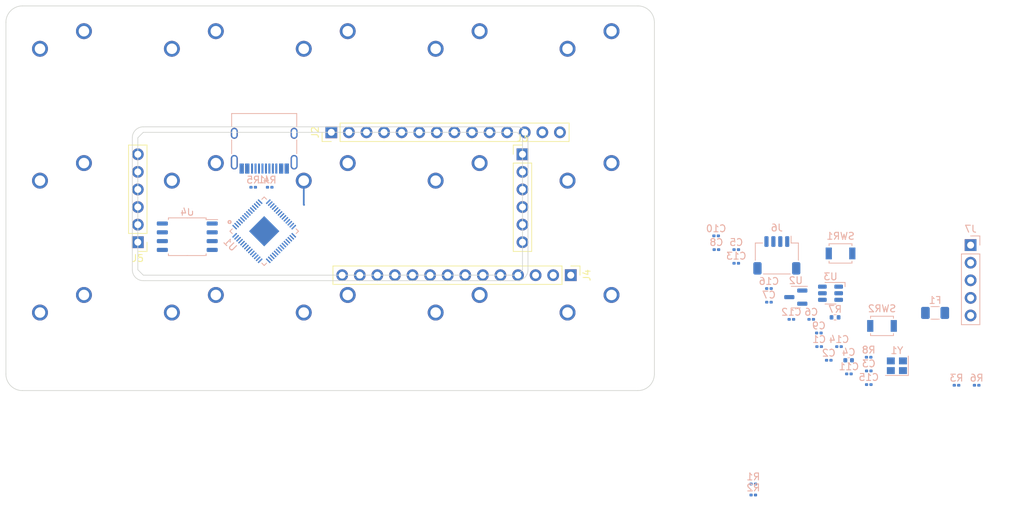
<source format=kicad_pcb>
(kicad_pcb (version 20211014) (generator pcbnew)
  (layers (0 "F.Cu" signal) (31 "B.Cu" signal) (34 "B.Paste" user) (35 "F.Paste" user) (36 "B.SilkS" user "B.Silkscreen") (37 "F.SilkS" user "F.Silkscreen") (38 "B.Mask" user) (39 "F.Mask" user) (44 "Edge.Cuts" user))
  (net 0 "")
  (net 55 "unconnected-(SW8-Pad1)")
  (net 71 "+5V")
  (net 72 "GND")
  (net 73 "+3V3")
  (net 74 "+1V1")
  (net 75 "Net-(C6-Pad2)")
  (net 76 "XIN")
  (net 77 "VBUS")
  (net 78 "Net-(J1-PadA5)")
  (net 79 "D+")
  (net 80 "D-")
  (net 82 "Net-(J1-PadB5)")
  (net 84 "RUN")
  (net 85 "SWDIO")
  (net 86 "SWCLK")
  (net 87 "d-")
  (net 88 "d+")
  (net 89 "XOUT")
  (net 90 "QSPI_SS")
  (net 91 "Net-(R8-Pad2)")
  (net 122 "QSPI_D3")
  (net 123 "QSPI_CLK")
  (net 124 "QSPI_D0")
  (net 125 "QSPI_D2")
  (net 126 "QSPI_D1")
  (footprint "marbastlib-mx:SW_MX_1u" (layer "F.Cu") (at 89.69375 68.2625)
    (fp_text reference "SW2" hide)
    (fp_text value "MX_SW_solder" hide)
    (pad "" np_thru_hole circle (at 0 0) (size 3.9878 3.9878) (drill 3.9878) (layers *.Cu *.Mask))
    (pad "" np_thru_hole circle (at -5.08 0) (size 1.75 1.75) (drill 1.75) (layers *.Cu *.Mask))
    (pad "" np_thru_hole circle (at 5.08 0) (size 1.75 1.75) (drill 1.75) (layers *.Cu *.Mask))
    (pad "1" thru_hole circle (at -3.81 -2.54) (size 2.3 2.3) (drill 1.524) (layers *.Cu "B.Mask"))
    (pad "2" thru_hole circle (at 2.54 -5.08) (size 2.3 2.3) (drill 1.524) (layers *.Cu "B.Mask"))
  )
  (footprint "marbastlib-mx:SW_MX_1u" (layer "F.Cu") (at 89.69375 106.3625)
    (fp_text reference "SW12" hide)
    (fp_text value "MX_SW_solder" hide)
    (pad "" np_thru_hole circle (at 0 0) (size 3.9878 3.9878) (drill 3.9878) (layers *.Cu *.Mask))
    (pad "" np_thru_hole circle (at 5.08 0) (size 1.75 1.75) (drill 1.75) (layers *.Cu *.Mask))
    (pad "" np_thru_hole circle (at -5.08 0) (size 1.75 1.75) (drill 1.75) (layers *.Cu *.Mask))
    (pad "1" thru_hole circle (at -3.81 -2.54) (size 2.3 2.3) (drill 1.524) (layers *.Cu "B.Mask"))
    (pad "2" thru_hole circle (at 2.54 -5.08) (size 2.3 2.3) (drill 1.524) (layers *.Cu "B.Mask"))
  )
  (footprint "marbastlib-mx:SW_MX_1u" (layer "F.Cu") (at 127.79375 68.2625)
    (fp_text reference "SW4" hide)
    (fp_text value "MX_SW_solder" hide)
    (pad "" np_thru_hole circle (at 5.08 0) (size 1.75 1.75) (drill 1.75) (layers *.Cu *.Mask))
    (pad "" np_thru_hole circle (at -5.08 0) (size 1.75 1.75) (drill 1.75) (layers *.Cu *.Mask))
    (pad "" np_thru_hole circle (at 0 0) (size 3.9878 3.9878) (drill 3.9878) (layers *.Cu *.Mask))
    (pad "1" thru_hole circle (at -3.81 -2.54) (size 2.3 2.3) (drill 1.524) (layers *.Cu "B.Mask"))
    (pad "2" thru_hole circle (at 2.54 -5.08) (size 2.3 2.3) (drill 1.524) (layers *.Cu "B.Mask"))
  )
  (footprint "marbastlib-mx:SW_MX_1u" (layer "F.Cu") (at 146.84375 68.2625)
    (fp_text reference "SW5" hide)
    (fp_text value "MX_SW_solder" hide)
    (pad "" np_thru_hole circle (at -5.08 0) (size 1.75 1.75) (drill 1.75) (layers *.Cu *.Mask))
    (pad "" np_thru_hole circle (at 0 0) (size 3.9878 3.9878) (drill 3.9878) (layers *.Cu *.Mask))
    (pad "" np_thru_hole circle (at 5.08 0) (size 1.75 1.75) (drill 1.75) (layers *.Cu *.Mask))
    (pad "1" thru_hole circle (at -3.81 -2.54) (size 2.3 2.3) (drill 1.524) (layers *.Cu "B.Mask"))
    (pad "2" thru_hole circle (at 2.54 -5.08) (size 2.3 2.3) (drill 1.524) (layers *.Cu "B.Mask"))
  )
  (footprint "marbastlib-mx:SW_MX_1u" (layer "F.Cu") (at 127.79375 87.3125)
    (fp_text reference "SW9" hide)
    (fp_text value "MX_SW_solder" hide)
    (pad "" np_thru_hole circle (at -5.08 0) (size 1.75 1.75) (drill 1.75) (layers *.Cu *.Mask))
    (pad "" np_thru_hole circle (at 5.08 0) (size 1.75 1.75) (drill 1.75) (layers *.Cu *.Mask))
    (pad "" np_thru_hole circle (at 0 0) (size 3.9878 3.9878) (drill 3.9878) (layers *.Cu *.Mask))
    (pad "1" thru_hole circle (at -3.81 -2.54) (size 2.3 2.3) (drill 1.524) (layers *.Cu "B.Mask"))
    (pad "2" thru_hole circle (at 2.54 -5.08) (size 2.3 2.3) (drill 1.524) (layers *.Cu "B.Mask"))
  )
  (footprint "marbastlib-mx:SW_MX_1u" (layer "F.Cu") (at 127.79375 106.3625)
    (fp_text reference "SW14" hide)
    (fp_text value "MX_SW_solder" hide)
    (pad "" np_thru_hole circle (at -5.08 0) (size 1.75 1.75) (drill 1.75) (layers *.Cu *.Mask))
    (pad "" np_thru_hole circle (at 5.08 0) (size 1.75 1.75) (drill 1.75) (layers *.Cu *.Mask))
    (pad "" np_thru_hole circle (at 0 0) (size 3.9878 3.9878) (drill 3.9878) (layers *.Cu *.Mask))
    (pad "1" thru_hole circle (at -3.81 -2.54) (size 2.3 2.3) (drill 1.524) (layers *.Cu "B.Mask"))
    (pad "2" thru_hole circle (at 2.54 -5.08) (size 2.3 2.3) (drill 1.524) (layers *.Cu "B.Mask"))
  )
  (footprint "marbastlib-mx:SW_MX_1u" (layer "F.Cu") (at 146.84375 106.3625)
    (fp_text reference "SW15" hide)
    (fp_text value "MX_SW_solder" hide)
    (pad "" np_thru_hole circle (at 5.08 0) (size 1.75 1.75) (drill 1.75) (layers *.Cu *.Mask))
    (pad "" np_thru_hole circle (at 0 0) (size 3.9878 3.9878) (drill 3.9878) (layers *.Cu *.Mask))
    (pad "" np_thru_hole circle (at -5.08 0) (size 1.75 1.75) (drill 1.75) (layers *.Cu *.Mask))
    (pad "1" thru_hole circle (at -3.81 -2.54) (size 2.3 2.3) (drill 1.524) (layers *.Cu "B.Mask"))
    (pad "2" thru_hole circle (at 2.54 -5.08) (size 2.3 2.3) (drill 1.524) (layers *.Cu "B.Mask"))
  )
  (footprint "Connector_PinHeader_2.54mm:PinHeader_1x14_P2.54mm_Vertical" (layer "F.Cu") (at 143.5 98.425 -90)
    (fp_text reference "J4" (at 0 -2.33 90) (layer "F.SilkS"))
    (fp_text value "Conn_01x14_Female")
    (fp_line (start -1.33 -1.33) (end 0 -1.33) (layer "F.SilkS") (width 0.12))
    (fp_line (start -1.33 0) (end -1.33 -1.33) (layer "F.SilkS") (width 0.12))
    (fp_line (start -1.33 34.35) (end 1.33 34.35) (layer "F.SilkS") (width 0.12))
    (fp_line (start 1.33 1.27) (end 1.33 34.35) (layer "F.SilkS") (width 0.12))
    (fp_line (start -1.33 1.27) (end 1.33 1.27) (layer "F.SilkS") (width 0.12))
    (fp_line (start -1.33 1.27) (end -1.33 34.35) (layer "F.SilkS") (width 0.12))
    (pad "1" thru_hole rect (at 0 0 270) (size 1.7 1.7) (drill 1) (layers *.Cu *.Mask))
    (pad "2" thru_hole oval (at 0 2.54 270) (size 1.7 1.7) (drill 1) (layers *.Cu *.Mask))
    (pad "3" thru_hole oval (at 0 5.08 270) (size 1.7 1.7) (drill 1) (layers *.Cu *.Mask))
    (pad "4" thru_hole oval (at 0 7.62 270) (size 1.7 1.7) (drill 1) (layers *.Cu *.Mask))
    (pad "5" thru_hole oval (at 0 10.16 270) (size 1.7 1.7) (drill 1) (layers *.Cu *.Mask))
    (pad "6" thru_hole oval (at 0 12.7 270) (size 1.7 1.7) (drill 1) (layers *.Cu *.Mask))
    (pad "7" thru_hole oval (at 0 15.24 270) (size 1.7 1.7) (drill 1) (layers *.Cu *.Mask))
    (pad "8" thru_hole oval (at 0 17.78 270) (size 1.7 1.7) (drill 1) (layers *.Cu *.Mask))
    (pad "9" thru_hole oval (at 0 20.32 270) (size 1.7 1.7) (drill 1) (layers *.Cu *.Mask))
    (pad "10" thru_hole oval (at 0 22.86 270) (size 1.7 1.7) (drill 1) (layers *.Cu *.Mask))
    (pad "11" thru_hole oval (at 0 25.4 270) (size 1.7 1.7) (drill 1) (layers *.Cu *.Mask))
    (pad "12" thru_hole oval (at 0 27.94 270) (size 1.7 1.7) (drill 1) (layers *.Cu *.Mask))
    (pad "13" thru_hole oval (at 0 30.48 270) (size 1.7 1.7) (drill 1) (layers *.Cu *.Mask))
    (pad "14" thru_hole oval (at 0 33.02 270) (size 1.7 1.7) (drill 1) (layers *.Cu *.Mask))
  )
  (footprint "marbastlib-mx:SW_MX_1u" (layer "F.Cu") (at 89.69375 87.3125)
    (fp_text reference "SW7" hide)
    (fp_text value "MX_SW_solder" hide)
    (pad "" np_thru_hole circle (at 5.08 0) (size 1.75 1.75) (drill 1.75) (layers *.Cu *.Mask))
    (pad "" np_thru_hole circle (at -5.08 0) (size 1.75 1.75) (drill 1.75) (layers *.Cu *.Mask))
    (pad "" np_thru_hole circle (at 0 0) (size 3.9878 3.9878) (drill 3.9878) (layers *.Cu *.Mask))
    (pad "1" thru_hole circle (at -3.81 -2.54) (size 2.3 2.3) (drill 1.524) (layers *.Cu "B.Mask"))
    (pad "2" thru_hole circle (at 2.54 -5.08) (size 2.3 2.3) (drill 1.524) (layers *.Cu "B.Mask"))
  )
  (footprint "Connector_PinHeader_2.54mm:PinHeader_1x06_P2.54mm_Vertical" (layer "F.Cu") (at 80.9625 93.6625 180)
    (fp_text reference "J5" (at 0 -2.33) (layer "F.SilkS"))
    (fp_text value "Conn_01x06_Female")
    (fp_line (start -1.33 1.27) (end 1.33 1.27) (layer "F.SilkS") (width 0.12))
    (fp_line (start 1.33 1.27) (end 1.33 14.03) (layer "F.SilkS") (width 0.12))
    (fp_line (start -1.33 1.27) (end -1.33 14.03) (layer "F.SilkS") (width 0.12))
    (fp_line (start -1.33 -1.33) (end 0 -1.33) (layer "F.SilkS") (width 0.12))
    (fp_line (start -1.33 0) (end -1.33 -1.33) (layer "F.SilkS") (width 0.12))
    (fp_line (start -1.33 14.03) (end 1.33 14.03) (layer "F.SilkS") (width 0.12))
    (pad "1" thru_hole rect (at 0 0 180) (size 1.7 1.7) (drill 1) (layers *.Cu *.Mask))
    (pad "2" thru_hole oval (at 0 2.54 180) (size 1.7 1.7) (drill 1) (layers *.Cu *.Mask))
    (pad "3" thru_hole oval (at 0 5.08 180) (size 1.7 1.7) (drill 1) (layers *.Cu *.Mask))
    (pad "4" thru_hole oval (at 0 7.62 180) (size 1.7 1.7) (drill 1) (layers *.Cu *.Mask))
    (pad "5" thru_hole oval (at 0 10.16 180) (size 1.7 1.7) (drill 1) (layers *.Cu *.Mask))
    (pad "6" thru_hole oval (at 0 12.7 180) (size 1.7 1.7) (drill 1) (layers *.Cu *.Mask))
  )
  (footprint "marbastlib-mx:SW_MX_1u" (layer "F.Cu") (at 146.84375 87.3125)
    (fp_text reference "SW10" hide)
    (fp_text value "MX_SW_solder" hide)
    (pad "" np_thru_hole circle (at 5.08 0) (size 1.75 1.75) (drill 1.75) (layers *.Cu *.Mask))
    (pad "" np_thru_hole circle (at 0 0) (size 3.9878 3.9878) (drill 3.9878) (layers *.Cu *.Mask))
    (pad "" np_thru_hole circle (at -5.08 0) (size 1.75 1.75) (drill 1.75) (layers *.Cu *.Mask))
    (pad "1" thru_hole circle (at -3.81 -2.54) (size 2.3 2.3) (drill 1.524) (layers *.Cu "B.Mask"))
    (pad "2" thru_hole circle (at 2.54 -5.08) (size 2.3 2.3) (drill 1.524) (layers *.Cu "B.Mask"))
  )
  (footprint "marbastlib-mx:SW_MX_1u" (layer "F.Cu") (at 70.64375 106.3625)
    (fp_text reference "SW11" hide)
    (fp_text value "MX_SW_solder" hide)
    (pad "" np_thru_hole circle (at 0 0) (size 3.9878 3.9878) (drill 3.9878) (layers *.Cu *.Mask))
    (pad "" np_thru_hole circle (at -5.08 0) (size 1.75 1.75) (drill 1.75) (layers *.Cu *.Mask))
    (pad "" np_thru_hole circle (at 5.08 0) (size 1.75 1.75) (drill 1.75) (layers *.Cu *.Mask))
    (pad "1" thru_hole circle (at -3.81 -2.54) (size 2.3 2.3) (drill 1.524) (layers *.Cu "B.Mask"))
    (pad "2" thru_hole circle (at 2.54 -5.08) (size 2.3 2.3) (drill 1.524) (layers *.Cu "B.Mask"))
  )
  (footprint "marbastlib-mx:SW_MX_1u" (layer "F.Cu") (at 108.74375 68.2625)
    (fp_text reference "SW3" hide)
    (fp_text value "MX_SW_solder" hide)
    (pad "" np_thru_hole circle (at -5.08 0) (size 1.75 1.75) (drill 1.75) (layers *.Cu *.Mask))
    (pad "" np_thru_hole circle (at 0 0) (size 3.9878 3.9878) (drill 3.9878) (layers *.Cu *.Mask))
    (pad "" np_thru_hole circle (at 5.08 0) (size 1.75 1.75) (drill 1.75) (layers *.Cu *.Mask))
    (pad "1" thru_hole circle (at -3.81 -2.54) (size 2.3 2.3) (drill 1.524) (layers *.Cu "B.Mask"))
    (pad "2" thru_hole circle (at 2.54 -5.08) (size 2.3 2.3) (drill 1.524) (layers *.Cu "B.Mask"))
  )
  (footprint "marbastlib-mx:SW_MX_1u" (layer "F.Cu") (at 70.64375 68.2625)
    (fp_text reference "SW1" hide)
    (fp_text value "MX_SW_solder" hide)
    (pad "" np_thru_hole circle (at -5.08 0) (size 1.75 1.75) (drill 1.75) (layers *.Cu *.Mask))
    (pad "" np_thru_hole circle (at 5.08 0) (size 1.75 1.75) (drill 1.75) (layers *.Cu *.Mask))
    (pad "" np_thru_hole circle (at 0 0) (size 3.9878 3.9878) (drill 3.9878) (layers *.Cu *.Mask))
    (pad "1" thru_hole circle (at -3.81 -2.54) (size 2.3 2.3) (drill 1.524) (layers *.Cu "B.Mask"))
    (pad "2" thru_hole circle (at 2.54 -5.08) (size 2.3 2.3) (drill 1.524) (layers *.Cu "B.Mask"))
  )
  (footprint "marbastlib-mx:SW_MX_1u" (layer "F.Cu") (at 108.74375 87.3125)
    (fp_text reference "SW8" hide)
    (fp_text value "MX_SW_solder" hide)
    (pad "" np_thru_hole circle (at 0 0) (size 3.9878 3.9878) (drill 3.9878) (layers *.Cu *.Mask))
    (pad "" np_thru_hole circle (at -5.08 0) (size 1.75 1.75) (drill 1.75) (layers *.Cu *.Mask))
    (pad "" np_thru_hole circle (at 5.08 0) (size 1.75 1.75) (drill 1.75) (layers *.Cu *.Mask))
    (pad "1" thru_hole circle (at -3.81 -2.54) (size 2.3 2.3) (drill 1.524) (layers *.Cu "B.Mask") (net 55 "unconnected-(SW8-Pad1)"))
    (pad "2" thru_hole circle (at 2.54 -5.08) (size 2.3 2.3) (drill 1.524) (layers *.Cu "B.Mask"))
  )
  (footprint "marbastlib-mx:SW_MX_1u" (layer "F.Cu") (at 70.64375 87.3125)
    (fp_text reference "SW6" hide)
    (fp_text value "MX_SW_solder" hide)
    (pad "" np_thru_hole circle (at 0 0) (size 3.9878 3.9878) (drill 3.9878) (layers *.Cu *.Mask))
    (pad "" np_thru_hole circle (at 5.08 0) (size 1.75 1.75) (drill 1.75) (layers *.Cu *.Mask))
    (pad "" np_thru_hole circle (at -5.08 0) (size 1.75 1.75) (drill 1.75) (layers *.Cu *.Mask))
    (pad "1" thru_hole circle (at -3.81 -2.54) (size 2.3 2.3) (drill 1.524) (layers *.Cu "B.Mask"))
    (pad "2" thru_hole circle (at 2.54 -5.08) (size 2.3 2.3) (drill 1.524) (layers *.Cu "B.Mask"))
  )
  (footprint "marbastlib-mx:SW_MX_1u" (layer "F.Cu") (at 108.74375 106.3625)
    (fp_text reference "SW13" hide)
    (fp_text value "MX_SW_solder" hide)
    (pad "" np_thru_hole circle (at 5.08 0) (size 1.75 1.75) (drill 1.75) (layers *.Cu *.Mask))
    (pad "" np_thru_hole circle (at 0 0) (size 3.9878 3.9878) (drill 3.9878) (layers *.Cu *.Mask))
    (pad "" np_thru_hole circle (at -5.08 0) (size 1.75 1.75) (drill 1.75) (layers *.Cu *.Mask))
    (pad "1" thru_hole circle (at -3.81 -2.54) (size 2.3 2.3) (drill 1.524) (layers *.Cu "B.Mask"))
    (pad "2" thru_hole circle (at 2.54 -5.08) (size 2.3 2.3) (drill 1.524) (layers *.Cu "B.Mask"))
  )
  (footprint "Connector_PinHeader_2.54mm:PinHeader_1x06_P2.54mm_Vertical" (layer "F.Cu") (at 136.525 80.9625)
    (fp_text reference "J3" (at 0 -2.33) (layer "F.SilkS"))
    (fp_text value "Conn_01x06_Female")
    (fp_line (start 1.33 1.27) (end 1.33 14.03) (layer "F.SilkS") (width 0.12))
    (fp_line (start -1.33 1.27) (end 1.33 1.27) (layer "F.SilkS") (width 0.12))
    (fp_line (start -1.33 1.27) (end -1.33 14.03) (layer "F.SilkS") (width 0.12))
    (fp_line (start -1.33 -1.33) (end 0 -1.33) (layer "F.SilkS") (width 0.12))
    (fp_line (start -1.33 0) (end -1.33 -1.33) (layer "F.SilkS") (width 0.12))
    (fp_line (start -1.33 14.03) (end 1.33 14.03) (layer "F.SilkS") (width 0.12))
    (pad "1" thru_hole rect (at 0 0) (size 1.7 1.7) (drill 1) (layers *.Cu *.Mask))
    (pad "2" thru_hole oval (at 0 2.54) (size 1.7 1.7) (drill 1) (layers *.Cu *.Mask))
    (pad "3" thru_hole oval (at 0 5.08) (size 1.7 1.7) (drill 1) (layers *.Cu *.Mask))
    (pad "4" thru_hole oval (at 0 7.62) (size 1.7 1.7) (drill 1) (layers *.Cu *.Mask))
    (pad "5" thru_hole oval (at 0 10.16) (size 1.7 1.7) (drill 1) (layers *.Cu *.Mask))
    (pad "6" thru_hole oval (at 0 12.7) (size 1.7 1.7) (drill 1) (layers *.Cu *.Mask))
  )
  (footprint "Connector_PinHeader_2.54mm:PinHeader_1x14_P2.54mm_Vertical" (layer "F.Cu") (at 108.9125 77.7875 90)
    (fp_text reference "J2" (at 0 -2.33 90) (layer "F.SilkS"))
    (fp_text value "Conn_01x14_Female")
    (fp_line (start -1.33 1.27) (end 1.33 1.27) (layer "F.SilkS") (width 0.12))
    (fp_line (start -1.33 0) (end -1.33 -1.33) (layer "F.SilkS") (width 0.12))
    (fp_line (start -1.33 -1.33) (end 0 -1.33) (layer "F.SilkS") (width 0.12))
    (fp_line (start -1.33 1.27) (end -1.33 34.35) (layer "F.SilkS") (width 0.12))
    (fp_line (start 1.33 1.27) (end 1.33 34.35) (layer "F.SilkS") (width 0.12))
    (fp_line (start -1.33 34.35) (end 1.33 34.35) (layer "F.SilkS") (width 0.12))
    (pad "1" thru_hole rect (at 0 0 90) (size 1.7 1.7) (drill 1) (layers *.Cu *.Mask))
    (pad "2" thru_hole oval (at 0 2.54 90) (size 1.7 1.7) (drill 1) (layers *.Cu *.Mask))
    (pad "3" thru_hole oval (at 0 5.08 90) (size 1.7 1.7) (drill 1) (layers *.Cu *.Mask))
    (pad "4" thru_hole oval (at 0 7.62 90) (size 1.7 1.7) (drill 1) (layers *.Cu *.Mask))
    (pad "5" thru_hole oval (at 0 10.16 90) (size 1.7 1.7) (drill 1) (layers *.Cu *.Mask))
    (pad "6" thru_hole oval (at 0 12.7 90) (size 1.7 1.7) (drill 1) (layers *.Cu *.Mask))
    (pad "7" thru_hole oval (at 0 15.24 90) (size 1.7 1.7) (drill 1) (layers *.Cu *.Mask))
    (pad "8" thru_hole oval (at 0 17.78 90) (size 1.7 1.7) (drill 1) (layers *.Cu *.Mask))
    (pad "9" thru_hole oval (at 0 20.32 90) (size 1.7 1.7) (drill 1) (layers *.Cu *.Mask))
    (pad "10" thru_hole oval (at 0 22.86 90) (size 1.7 1.7) (drill 1) (layers *.Cu *.Mask))
    (pad "11" thru_hole oval (at 0 25.4 90) (size 1.7 1.7) (drill 1) (layers *.Cu *.Mask))
    (pad "12" thru_hole oval (at 0 27.94 90) (size 1.7 1.7) (drill 1) (layers *.Cu *.Mask))
    (pad "13" thru_hole oval (at 0 30.48 90) (size 1.7 1.7) (drill 1) (layers *.Cu *.Mask))
    (pad "14" thru_hole oval (at 0 33.02 90) (size 1.7 1.7) (drill 1) (layers *.Cu *.Mask))
  )
  (footprint "Button_Switch_SMD:SW_SPST_B3U-1000P" (layer "B.Cu") (at 182.463214 95.28375 180)
    (fp_text reference "SWR1" (at 0 2.5) (layer "B.SilkS") (effects (justify mirror)))
    (fp_text value "SW_SPST")
    (fp_line (start -1.65 -1.4) (end 1.65 -1.4) (layer "B.SilkS") (width 0.12))
    (fp_line (start -1.65 1.4) (end 1.65 1.4) (layer "B.SilkS") (width 0.12))
    (fp_line (start 1.65 -1.4) (end 1.65 -1.1) (layer "B.SilkS") (width 0.12))
    (fp_line (start 1.65 1.4) (end 1.65 1.1) (layer "B.SilkS") (width 0.12))
    (fp_line (start -1.65 -1.1) (end -1.65 -1.4) (layer "B.SilkS") (width 0.12))
    (fp_line (start -1.65 1.1) (end -1.65 1.4) (layer "B.SilkS") (width 0.12))
    (pad "1" smd rect (at -1.7 0 180) (size 0.9 1.7) (layers "B.Cu" "B.Paste" "B.Mask") (net 72 "GND"))
    (pad "2" smd rect (at 1.7 0 180) (size 0.9 1.7) (layers "B.Cu" "B.Paste" "B.Mask") (net 84 "RUN"))
  )
  (footprint "Resistor_SMD:R_0201_0603Metric" (layer "B.Cu") (at 186.523214 110.27375 180)
    (fp_text reference "R8" (at 0 1.05) (layer "B.SilkS") (effects (justify mirror)))
    (fp_text value "1k")
    (pad "1" smd roundrect (at -0.32 0 180) (size 0.46 0.4) (layers "B.Cu" "B.Mask") (net 90 "QSPI_SS"))
    (pad "2" smd roundrect (at 0.32 0 180) (size 0.46 0.4) (layers "B.Cu" "B.Mask") (net 91 "Net-(R8-Pad2)"))
  )
  (footprint "Crystal:Crystal_SMD_2520-4Pin_2.5x2.0mm" (layer "B.Cu") (at 190.603214 111.50375 180)
    (fp_text reference "Y1" (at 0 2.2) (layer "B.SilkS") (effects (justify mirror)))
    (fp_text value "Crystal_GND24_Small")
    (fp_line (start -1.65 1.4) (end -1.65 -1.4) (layer "B.SilkS") (width 0.12))
    (fp_line (start -1.65 -1.4) (end 1.65 -1.4) (layer "B.SilkS") (width 0.12))
    (pad "1" smd rect (at -0.875 -0.7 180) (size 1.15 1) (layers "B.Cu" "B.Paste" "B.Mask") (net 75 "Net-(C6-Pad2)"))
    (pad "2" smd rect (at 0.875 -0.7 180) (size 1.15 1) (layers "B.Cu" "B.Paste" "B.Mask") (net 72 "GND"))
    (pad "3" smd rect (at 0.875 0.7 180) (size 1.15 1) (layers "B.Cu" "B.Paste" "B.Mask") (net 76 "XIN"))
    (pad "4" smd rect (at -0.875 0.7 180) (size 1.15 1) (layers "B.Cu" "B.Paste" "B.Mask") (net 72 "GND"))
  )
  (footprint "Capacitor_SMD:C_0201_0603Metric" (layer "B.Cu") (at 164.533214 94.73375 180)
    (fp_text reference "C8" (at 0 1.05) (layer "B.SilkS") (effects (justify mirror)))
    (fp_text value "100n")
    (pad "1" smd roundrect (at -0.32 0 180) (size 0.46 0.4) (layers "B.Cu" "B.Mask") (net 74 "+1V1"))
    (pad "2" smd roundrect (at 0.32 0 180) (size 0.46 0.4) (layers "B.Cu" "B.Mask") (net 72 "GND"))
  )
  (footprint "Resistor_SMD:R_0201_0603Metric" (layer "B.Cu") (at 199.213214 114.32375 180)
    (fp_text reference "R3" (at 0 1.05) (layer "B.SilkS") (effects (justify mirror)))
    (fp_text value "5.1k")
    (pad "1" smd roundrect (at -0.32 0 180) (size 0.46 0.4) (layers "B.Cu" "B.Mask") (net 73 "+3V3"))
    (pad "2" smd roundrect (at 0.32 0 180) (size 0.46 0.4) (layers "B.Cu" "B.Mask") (net 84 "RUN"))
  )
  (footprint "Capacitor_SMD:C_0201_0603Metric" (layer "B.Cu") (at 175.363214 104.80375 180)
    (fp_text reference "C12" (at 0 1.05) (layer "B.SilkS") (effects (justify mirror)))
    (fp_text value "100n")
    (pad "1" smd roundrect (at -0.32 0 180) (size 0.46 0.4) (layers "B.Cu" "B.Mask") (net 73 "+3V3"))
    (pad "2" smd roundrect (at 0.32 0 180) (size 0.46 0.4) (layers "B.Cu" "B.Mask") (net 72 "GND"))
  )
  (footprint "Capacitor_SMD:C_0201_0603Metric" (layer "B.Cu") (at 167.403214 94.73375 180)
    (fp_text reference "C5" (at 0 1.05) (layer "B.SilkS") (effects (justify mirror)))
    (fp_text value "1u")
    (pad "1" smd roundrect (at -0.32 0 180) (size 0.46 0.4) (layers "B.Cu" "B.Mask") (net 74 "+1V1"))
    (pad "2" smd roundrect (at 0.32 0 180) (size 0.46 0.4) (layers "B.Cu" "B.Mask") (net 72 "GND"))
  )
  (footprint "Resistor_SMD:R_0201_0603Metric" (layer "B.Cu") (at 100.0125 85.725 180)
    (fp_text reference "R4" (at 0 1.05) (layer "B.SilkS") (effects (justify mirror)))
    (fp_text value "27")
    (pad "1" smd roundrect (at -0.32 0 180) (size 0.46 0.4) (layers "B.Cu" "B.Mask") (net 87 "d-"))
    (pad "2" smd roundrect (at 0.32 0 180) (size 0.46 0.4) (layers "B.Cu" "B.Mask") (net 80 "D-"))
  )
  (footprint "Package_TO_SOT_SMD:SOT-23" (layer "B.Cu") (at 176.003214 101.59375 180)
    (fp_text reference "U2" (at 0 2.4) (layer "B.SilkS") (effects (justify mirror)))
    (fp_text value "XC6206PxxxMR")
    (fp_line (start 0 1.56) (end 0.65 1.56) (layer "B.SilkS") (width 0.12))
    (fp_line (start 0 1.56) (end -1.675 1.56) (layer "B.SilkS") (width 0.12))
    (fp_line (start 0 -1.56) (end -0.65 -1.56) (layer "B.SilkS") (width 0.12))
    (fp_line (start 0 -1.56) (end 0.65 -1.56) (layer "B.SilkS") (width 0.12))
    (pad "1" smd roundrect (at -0.9375 0.95 180) (size 1.475 0.6) (layers "B.Cu" "B.Paste" "B.Mask") (net 72 "GND"))
    (pad "2" smd roundrect (at -0.9375 -0.95 180) (size 1.475 0.6) (layers "B.Cu" "B.Paste" "B.Mask") (net 73 "+3V3"))
    (pad "3" smd roundrect (at 0.9375 0 180) (size 1.475 0.6) (layers "B.Cu" "B.Paste" "B.Mask") (net 71 "+5V"))
  )
  (footprint "Resistor_SMD:R_0402_1005Metric" (layer "B.Cu") (at 181.673214 104.51375 180)
    (fp_text reference "R7" (at 0 1.17) (layer "B.SilkS") (effects (justify mirror)))
    (fp_text value "-10k")
    (fp_line (start -0.153641 0.38) (end 0.153641 0.38) (layer "B.SilkS") (width 0.12))
    (fp_line (start -0.153641 -0.38) (end 0.153641 -0.38) (layer "B.SilkS") (width 0.12))
    (pad "1" smd roundrect (at -0.51 0 180) (size 0.54 0.64) (layers "B.Cu" "B.Paste" "B.Mask") (net 73 "+3V3"))
    (pad "2" smd roundrect (at 0.51 0 180) (size 0.54 0.64) (layers "B.Cu" "B.Paste" "B.Mask") (net 90 "QSPI_SS"))
  )
  (footprint "Resistor_SMD:R_0201_0603Metric" (layer "B.Cu") (at 202.123214 114.32375 180)
    (fp_text reference "R6" (at 0 1.05) (layer "B.SilkS") (effects (justify mirror)))
    (fp_text value "1k")
    (pad "1" smd roundrect (at -0.32 0 180) (size 0.46 0.4) (layers "B.Cu" "B.Mask") (net 75 "Net-(C6-Pad2)"))
    (pad "2" smd roundrect (at 0.32 0 180) (size 0.46 0.4) (layers "B.Cu" "B.Mask") (net 89 "XOUT"))
  )
  (footprint "Resistor_SMD:R_0201_0603Metric" (layer "B.Cu") (at 169.8625 128.5875 180)
    (fp_text reference "R1" (at 0 1.05) (layer "B.SilkS") (effects (justify mirror)))
    (fp_text value "R_Small")
    (pad "1" smd roundrect (at -0.32 0 180) (size 0.46 0.4) (layers "B.Cu" "B.Mask") (net 78 "Net-(J1-PadA5)"))
    (pad "2" smd roundrect (at 0.32 0 180) (size 0.46 0.4) (layers "B.Cu" "B.Mask") (net 72 "GND"))
  )
  (footprint "Connector_JST:JST_SH_SM04B-SRSS-TB_1x04-1MP_P1.00mm_Horizontal" (layer "B.Cu") (at 173.263214 95.56375 180)
    (fp_text reference "J6" (at 0 3.98) (layer "B.SilkS") (effects (justify mirror)))
    (fp_text value "Conn_01x04_Male")
    (fp_line (start -2.06 1.785) (end -2.06 2.775) (layer "B.SilkS") (width 0.12))
    (fp_line (start -3.11 -0.715) (end -3.11 1.785) (layer "B.SilkS") (width 0.12))
    (fp_line (start 3.11 1.785) (end 2.06 1.785) (layer "B.SilkS") (width 0.12))
    (fp_line (start 3.11 -0.715) (end 3.11 1.785) (layer "B.SilkS") (width 0.12))
    (fp_line (start -3.11 1.785) (end -2.06 1.785) (layer "B.SilkS") (width 0.12))
    (fp_line (start -1.94 -2.685) (end 1.94 -2.685) (layer "B.SilkS") (width 0.12))
    (pad "1" smd roundrect (at -1.5 2 180) (size 0.6 1.55) (layers "B.Cu" "B.Paste" "B.Mask") (net 77 "VBUS"))
    (pad "2" smd roundrect (at -0.5 2 180) (size 0.6 1.55) (layers "B.Cu" "B.Paste" "B.Mask") (net 80 "D-"))
    (pad "3" smd roundrect (at 0.5 2 180) (size 0.6 1.55) (layers "B.Cu" "B.Paste" "B.Mask") (net 79 "D+"))
    (pad "4" smd roundrect (at 1.5 2 180) (size 0.6 1.55) (layers "B.Cu" "B.Paste" "B.Mask") (net 72 "GND"))
    (pad "MP" smd roundrect (at -2.8 -1.875 180) (size 1.2 1.8) (layers "B.Cu" "B.Paste" "B.Mask") (roundrect_rratio 0.208333))
    (pad "MP" smd roundrect (at 2.8 -1.875 180) (size 1.2 1.8) (layers "B.Cu" "B.Paste" "B.Mask") (roundrect_rratio 0.208333))
  )
  (footprint "Capacitor_SMD:C_0201_0603Metric" (layer "B.Cu") (at 164.493214 92.74375 180)
    (fp_text reference "C10" (at 0 1.05) (layer "B.SilkS") (effects (justify mirror)))
    (fp_text value "100n")
    (pad "1" smd roundrect (at -0.32 0 180) (size 0.46 0.4) (layers "B.Cu" "B.Mask") (net 73 "+3V3"))
    (pad "2" smd roundrect (at 0.32 0 180) (size 0.46 0.4) (layers "B.Cu" "B.Mask") (net 72 "GND"))
  )
  (footprint "Capacitor_SMD:C_0201_0603Metric" (layer "B.Cu") (at 172.123214 100.35375 180)
    (fp_text reference "C16" (at 0 1.05) (layer "B.SilkS") (effects (justify mirror)))
    (fp_text value "100n")
    (pad "1" smd roundrect (at -0.32 0 180) (size 0.46 0.4) (layers "B.Cu" "B.Mask") (net 73 "+3V3"))
    (pad "2" smd roundrect (at 0.32 0 180) (size 0.46 0.4) (layers "B.Cu" "B.Mask") (net 72 "GND"))
  )
  (footprint "Capacitor_SMD:C_0201_0603Metric" (layer "B.Cu") (at 178.233214 104.80375 180)
    (fp_text reference "C6" (at 0 1.05) (layer "B.SilkS") (effects (justify mirror)))
    (fp_text value "30p")
    (pad "1" smd roundrect (at -0.32 0 180) (size 0.46 0.4) (layers "B.Cu" "B.Mask") (net 72 "GND"))
    (pad "2" smd roundrect (at 0.32 0 180) (size 0.46 0.4) (layers "B.Cu" "B.Mask") (net 75 "Net-(C6-Pad2)"))
  )
  (footprint "Capacitor_SMD:C_0201_0603Metric" (layer "B.Cu") (at 180.763214 110.71375 180)
    (fp_text reference "C2" (at 0 1.05) (layer "B.SilkS") (effects (justify mirror)))
    (fp_text value "10u")
    (pad "1" smd roundrect (at -0.32 0 180) (size 0.46 0.4) (layers "B.Cu" "B.Mask") (net 73 "+3V3"))
    (pad "2" smd roundrect (at 0.32 0 180) (size 0.46 0.4) (layers "B.Cu" "B.Mask") (net 72 "GND"))
  )
  (footprint "Package_SO:SOIC-8_5.23x5.23mm_P1.27mm" (layer "B.Cu") (at 88.10625 92.86875 180)
    (fp_text reference "U4" (at 0 3.56) (layer "B.SilkS") (effects (justify mirror)))
    (fp_text value "W25Q128JVS")
    (fp_line (start 2.725 -2.725) (end 2.725 -2.465) (layer "B.SilkS") (width 0.12))
    (fp_line (start 0 -2.725) (end 2.725 -2.725) (layer "B.SilkS") (width 0.12))
    (fp_line (start 2.725 2.725) (end 2.725 2.465) (layer "B.SilkS") (width 0.12))
    (fp_line (start -2.725 -2.725) (end -2.725 -2.465) (layer "B.SilkS") (width 0.12))
    (fp_line (start 0 2.725) (end 2.725 2.725) (layer "B.SilkS") (width 0.12))
    (fp_line (start 0 2.725) (end -2.725 2.725) (layer "B.SilkS") (width 0.12))
    (fp_line (start 0 -2.725) (end -2.725 -2.725) (layer "B.SilkS") (width 0.12))
    (fp_line (start -2.725 2.725) (end -2.725 2.465) (layer "B.SilkS") (width 0.12))
    (fp_line (start -2.725 2.465) (end -4.4 2.465) (layer "B.SilkS") (width 0.12))
    (pad "1" smd roundrect (at -3.6 1.905 180) (size 1.6 0.6) (layers "B.Cu" "B.Paste" "B.Mask") (net 90 "QSPI_SS"))
    (pad "2" smd roundrect (at -3.6 0.635 180) (size 1.6 0.6) (layers "B.Cu" "B.Paste" "B.Mask") (net 126 "QSPI_D1"))
    (pad "3" smd roundrect (at -3.6 -0.635 180) (size 1.6 0.6) (layers "B.Cu" "B.Paste" "B.Mask") (net 125 "QSPI_D2"))
    (pad "4" smd roundrect (at -3.6 -1.905 180) (size 1.6 0.6) (layers "B.Cu" "B.Paste" "B.Mask") (net 72 "GND"))
    (pad "5" smd roundrect (at 3.6 -1.905 180) (size 1.6 0.6) (layers "B.Cu" "B.Paste" "B.Mask") (net 124 "QSPI_D0"))
    (pad "6" smd roundrect (at 3.6 -0.635 180) (size 1.6 0.6) (layers "B.Cu" "B.Paste" "B.Mask") (net 123 "QSPI_CLK"))
    (pad "7" smd roundrect (at 3.6 0.635 180) (size 1.6 0.6) (layers "B.Cu" "B.Paste" "B.Mask") (net 122 "QSPI_D3"))
    (pad "8" smd roundrect (at 3.6 1.905 180) (size 1.6 0.6) (layers "B.Cu" "B.Paste" "B.Mask") (net 73 "+3V3"))
  )
  (footprint "Connector_PinHeader_2.54mm:PinHeader_1x05_P2.54mm_Vertical" (layer "B.Cu") (at 201.253214 94.08375 180)
    (fp_text reference "J7" (at 0 2.33) (layer "B.SilkS") (effects (justify mirror)))
    (fp_text value "Conn_01x05_Female")
    (fp_line (start -1.33 1.33) (end 0 1.33) (layer "B.SilkS") (width 0.12))
    (fp_line (start -1.33 -1.27) (end 1.33 -1.27) (layer "B.SilkS") (width 0.12))
    (fp_line (start -1.33 -1.27) (end -1.33 -11.49) (layer "B.SilkS") (width 0.12))
    (fp_line (start 1.33 -1.27) (end 1.33 -11.49) (layer "B.SilkS") (width 0.12))
    (fp_line (start -1.33 -11.49) (end 1.33 -11.49) (layer "B.SilkS") (width 0.12))
    (fp_line (start -1.33 0) (end -1.33 1.33) (layer "B.SilkS") (width 0.12))
    (pad "1" thru_hole rect (at 0 0 180) (size 1.7 1.7) (drill 1) (layers *.Cu *.Mask) (net 72 "GND"))
    (pad "2" thru_hole oval (at 0 -2.54 180) (size 1.7 1.7) (drill 1) (layers *.Cu *.Mask) (net 73 "+3V3"))
    (pad "3" thru_hole oval (at 0 -5.08 180) (size 1.7 1.7) (drill 1) (layers *.Cu *.Mask) (net 84 "RUN"))
    (pad "4" thru_hole oval (at 0 -7.62 180) (size 1.7 1.7) (drill 1) (layers *.Cu *.Mask) (net 85 "SWDIO"))
    (pad "5" thru_hole oval (at 0 -10.16 180) (size 1.7 1.7) (drill 1) (layers *.Cu *.Mask) (net 86 "SWCLK"))
  )
  (footprint "SnapEDA Library:QFN40P700X700X90-57N" (layer "B.Cu") (at 99.21875 92.075 -45)
    (fp_text reference "U1" (at -2.113058 4.838548 135) (layer "B.SilkS") (effects (justify mirror)))
    (fp_text value "RP2040TR7")
    (fp_line (start -3.5 3.5) (end -3.02 3.5) (layer "B.SilkS") (width 0.127))
    (fp_line (start 3.5 3.5) (end 3.02 3.5) (layer "B.SilkS") (width 0.127))
    (fp_line (start -3.5 3.5) (end -3.5 3.02) (layer "B.SilkS") (width 0.127))
    (fp_line (start -3.5 -3.5) (end -3.02 -3.5) (layer "B.SilkS") (width 0.127))
    (fp_line (start -3.5 -3.5) (end -3.5 -3.02) (layer "B.SilkS") (width 0.127))
    (fp_line (start 3.5 -3.5) (end 3.02 -3.5) (layer "B.SilkS") (width 0.127))
    (fp_line (start 3.5 -3.5) (end 3.5 -3.02) (layer "B.SilkS") (width 0.127))
    (fp_line (start 3.5 3.5) (end 3.5 3.02) (layer "B.SilkS") (width 0.127))
    (fp_circle (center -4.475 2.6) (end -4.375 2.6) (layer "B.SilkS") (width 0.2) (fill none))
    (pad "1" smd roundrect locked (at -3.435 2.6 315) (size 0.84 0.2) (layers "B.Cu" "B.Paste" "B.Mask") (roundrect_rratio 0.03) (net 73 "+3V3"))
    (pad "2" smd roundrect locked (at -3.435 2.2 315) (size 0.84 0.2) (layers "B.Cu" "B.Paste" "B.Mask") (roundrect_rratio 0.03))
    (pad "3" smd roundrect locked (at -3.435 1.8 315) (size 0.84 0.2) (layers "B.Cu" "B.Paste" "B.Mask") (roundrect_rratio 0.03))
    (pad "4" smd roundrect locked (at -3.435 1.4 315) (size 0.84 0.2) (layers "B.Cu" "B.Paste" "B.Mask") (roundrect_rratio 0.03))
    (pad "5" smd roundrect locked (at -3.435 1 315) (size 0.84 0.2) (layers "B.Cu" "B.Paste" "B.Mask") (roundrect_rratio 0.03))
    (pad "6" smd roundrect locked (at -3.435 0.6 315) (size 0.84 0.2) (layers "B.Cu" "B.Paste" "B.Mask") (roundrect_rratio 0.03))
    (pad "7" smd roundrect locked (at -3.435 0.2 315) (size 0.84 0.2) (layers "B.Cu" "B.Paste" "B.Mask") (roundrect_rratio 0.03))
    (pad "8" smd roundrect locked (at -3.435 -0.2 315) (size 0.84 0.2) (layers "B.Cu" "B.Paste" "B.Mask") (roundrect_rratio 0.03))
    (pad "9" smd roundrect locked (at -3.435 -0.6 315) (size 0.84 0.2) (layers "B.Cu" "B.Paste" "B.Mask") (roundrect_rratio 0.03))
    (pad "10" smd roundrect locked (at -3.435 -1 315) (size 0.84 0.2) (layers "B.Cu" "B.Paste" "B.Mask") (roundrect_rratio 0.03) (net 73 "+3V3"))
    (pad "11" smd roundrect locked (at -3.435 -1.4 315) (size 0.84 0.2) (layers "B.Cu" "B.Paste" "B.Mask") (roundrect_rratio 0.03))
    (pad "12" smd roundrect locked (at -3.435 -1.8 315) (size 0.84 0.2) (layers "B.Cu" "B.Paste" "B.Mask") (roundrect_rratio 0.03))
    (pad "13" smd roundrect locked (at -3.435 -2.2 315) (size 0.84 0.2) (layers "B.Cu" "B.Paste" "B.Mask") (roundrect_rratio 0.03))
    (pad "14" smd roundrect locked (at -3.435 -2.6 315) (size 0.84 0.2) (layers "B.Cu" "B.Paste" "B.Mask") (roundrect_rratio 0.03))
    (pad "15" smd roundrect locked (at -2.6 -3.435 315) (size 0.2 0.84) (layers "B.Cu" "B.Paste" "B.Mask") (roundrect_rratio 0.1))
    (pad "16" smd roundrect locked (at -2.2 -3.435 315) (size 0.2 0.84) (layers "B.Cu" "B.Paste" "B.Mask") (roundrect_rratio 0.1))
    (pad "17" smd roundrect locked (at -1.8 -3.435 315) (size 0.2 0.84) (layers "B.Cu" "B.Paste" "B.Mask") (roundrect_rratio 0.1))
    (pad "18" smd roundrect locked (at -1.4 -3.435 315) (size 0.2 0.84) (layers "B.Cu" "B.Paste" "B.Mask") (roundrect_rratio 0.1))
    (pad "19" smd roundrect locked (at -1 -3.435 315) (size 0.2 0.84) (layers "B.Cu" "B.Paste" "B.Mask") (roundrect_rratio 0.1) (net 72 "GND"))
    (pad "20" smd roundrect locked (at -0.6 -3.435 315) (size 0.2 0.84) (layers "B.Cu" "B.Paste" "B.Mask") (roundrect_rratio 0.1) (net 76 "XIN"))
    (pad "21" smd roundrect locked (at -0.2 -3.435 315) (size 0.2 0.84) (layers "B.Cu" "B.Paste" "B.Mask") (roundrect_rratio 0.1) (net 89 "XOUT"))
    (pad "22" smd roundrect locked (at 0.2 -3.435 315) (size 0.2 0.84) (layers "B.Cu" "B.Paste" "B.Mask") (roundrect_rratio 0.1) (net 73 "+3V3"))
    (pad "23" smd roundrect locked (at 0.6 -3.435 315) (size 0.2 0.84) (layers "B.Cu" "B.Paste" "B.Mask") (roundrect_rratio 0.1) (net 74 "+1V1"))
    (pad "24" smd roundrect locked (at 1 -3.435 315) (size 0.2 0.84) (layers "B.Cu" "B.Paste" "B.Mask") (roundrect_rratio 0.1) (net 86 "SWCLK"))
    (pad "25" smd roundrect locked (at 1.4 -3.435 315) (size 0.2 0.84) (layers "B.Cu" "B.Paste" "B.Mask") (roundrect_rratio 0.1) (net 85 "SWDIO"))
    (pad "26" smd roundrect locked (at 1.8 -3.435 315) (size 0.2 0.84) (layers "B.Cu" "B.Paste" "B.Mask") (roundrect_rratio 0.1) (net 84 "RUN"))
    (pad "27" smd roundrect locked (at 2.2 -3.435 315) (size 0.2 0.84) (layers "B.Cu" "B.Paste" "B.Mask") (roundrect_rratio 0.1))
    (pad "28" smd roundrect locked (at 2.6 -3.435 315) (size 0.2 0.84) (layers "B.Cu" "B.Paste" "B.Mask") (roundrect_rratio 0.1))
    (pad "29" smd roundrect locked (at 3.435 -2.6 315) (size 0.84 0.2) (layers "B.Cu" "B.Paste" "B.Mask") (roundrect_rratio 0.03))
    (pad "30" smd roundrect locked (at 3.435 -2.2 315) (size 0.84 0.2) (layers "B.Cu" "B.Paste" "B.Mask") (roundrect_rratio 0.03))
    (pad "31" smd roundrect locked (at 3.435 -1.8 315) (size 0.84 0.2) (layers "B.Cu" "B.Paste" "B.Mask") (roundrect_rratio 0.03))
    (pad "32" smd roundrect locked (at 3.435 -1.4 315) (size 0.84 0.2) (layers "B.Cu" "B.Paste" "B.Mask") (roundrect_rratio 0.03))
    (pad "33" smd roundrect locked (at 3.435 -1 315) (size 0.84 0.2) (layers "B.Cu" "B.Paste" "B.Mask") (roundrect_rratio 0.03) (net 73 "+3V3"))
    (pad "34" smd roundrect locked (at 3.435 -0.6 315) (size 0.84 0.2) (layers "B.Cu" "B.Paste" "B.Mask") (roundrect_rratio 0.03))
    (pad "35" smd roundrect locked (at 3.435 -0.2 315) (size 0.84 0.2) (layers "B.Cu" "B.Paste" "B.Mask") (roundrect_rratio 0.03))
    (pad "36" smd roundrect locked (at 3.435 0.2 315) (size 0.84 0.2) (layers "B.Cu" "B.Paste" "B.Mask") (roundrect_rratio 0.03))
    (pad "37" smd roundrect locked (at 3.435 0.6 315) (size 0.84 0.2) (layers "B.Cu" "B.Paste" "B.Mask") (roundrect_rratio 0.03))
    (pad "38" smd roundrect locked (at 3.435 1 315) (size 0.84 0.2) (layers "B.Cu" "B.Paste" "B.Mask") (roundrect_rratio 0.03))
    (pad "39" smd roundrect locked (at 3.435 1.4 315) (size 0.84 0.2) (layers "B.Cu" "B.Paste" "B.Mask") (roundrect_rratio 0.03))
    (pad "40" smd roundrect locked (at 3.435 1.8 315) (size 0.84 0.2) (layers "B.Cu" "B.Paste" "B.Mask") (roundrect_rratio 0.03))
    (pad "41" smd roundrect locked (at 3.435 2.2 315) (size 0.84 0.2) (layers "B.Cu" "B.Paste" "B.Mask") (roundrect_rratio 0.03))
    (pad "42" smd roundrect locked (at 3.435 2.6 315) (size 0.84 0.2) (layers "B.Cu" "B.Paste" "B.Mask") (roundrect_rratio 0.03) (net 73 "+3V3"))
    (pad "43" smd roundrect locked (at 2.6 3.435 315) (size 0.2 0.84) (layers "B.Cu" "B.Paste" "B.Mask") (roundrect_rratio 0.1) (net 73 "+3V3"))
    (pad "44" smd roundrect locked (at 2.2 3.435 315) (size 0.2 0.84) (layers "B.Cu" "B.Paste" "B.Mask") (roundrect_rratio 0.1) (net 73 "+3V3"))
    (pad "45" smd roundrect locked (at 1.8 3.435 315) (size 0.2 0.84) (layers "B.Cu" "B.Paste" "B.Mask") (roundrect_rratio 0.1) (net 74 "+1V1"))
    (pad "46" smd roundrect locked (at 1.4 3.435 315) (size 0.2 0.84) (layers "B.Cu" "B.Paste" "B.Mask") (roundrect_rratio 0.1) (net 87 "d-"))
    (pad "47" smd roundrect locked (at 1 3.435 315) (size 0.2 0.84) (layers "B.Cu" "B.Paste" "B.Mask") (roundrect_rratio 0.1) (net 88 "d+"))
    (pad "48" smd roundrect locked (at 0.6 3.435 315) (size 0.2 0.84) (layers "B.Cu" "B.Paste" "B.Mask") (roundrect_rratio 0.1) (net 73 "+3V3"))
    (pad "49" smd roundrect locked (at 0.2 3.435 315) (size 0.2 0.84) (layers "B.Cu" "B.Paste" "B.Mask") (roundrect_rratio 0.1) (net 73 "+3V3"))
    (pad "50" smd roundrect locked (at -0.2 3.435 315) (size 0.2 0.84) (layers "B.Cu" "B.Paste" "B.Mask") (roundrect_rratio 0.1) (net 74 "+1V1"))
    (pad "51" smd roundrect locked (at -0.6 3.435 315) (size 0.2 0.84) (layers "B.Cu" "B.Paste" "B.Mask") (roundrect_rratio 0.1) (net 122 "QSPI_D3"))
    (pad "52" smd roundrect locked (at -1 3.435 315) (size 0.2 0.84) (layers "B.Cu" "B.Paste" "B.Mask") (roundrect_rratio 0.1) (net 123 "QSPI_CLK"))
    (pad "53" smd roundrect locked (at -1.4 3.435 315) (size 0.2 0.84) (layers "B.Cu" "B.Paste" "B.Mask") (roundrect_rratio 0.1) (net 124 "QSPI_D0"))
    (pad "54" smd roundrect locked (at -1.8 3.435 315) (size 0.2 0.84) (layers "B.Cu" "B.Paste" "B.Mask") (roundrect_rratio 0.1) (net 125 "QSPI_D2"))
    (pad "55" smd roundrect locked (at -2.2 3.435 315) (size 0.2 0.84) (layers "B.Cu" "B.Paste" "B.Mask") (roundrect_rratio 0.1) (net 126 "QSPI_D1"))
    (pad "56" smd roundrect locked (at -2.6 3.435 315) (size 0.2 0.84) (layers "B.Cu" "B.Paste" "B.Mask") (roundrect_rratio 0.1) (net 90 "QSPI_SS"))
    (pad "57" smd rect locked (at 0 0 315) (size 3.1 3.1) (layers "B.Cu" "B.Mask") (net 72 "GND"))
  )
  (footprint "Capacitor_SMD:C_0201_0603Metric" (layer "B.Cu") (at 167.403214 96.70375 180)
    (fp_text reference "C13" (at 0 1.05) (layer "B.SilkS") (effects (justify mirror)))
    (fp_text value "100n")
    (pad "1" smd roundrect (at -0.32 0 180) (size 0.46 0.4) (layers "B.Cu" "B.Mask") (net 73 "+3V3"))
    (pad "2" smd roundrect (at 0.32 0 180) (size 0.46 0.4) (layers "B.Cu" "B.Mask") (net 72 "GND"))
  )
  (footprint "Capacitor_SMD:C_0201_0603Metric" (layer "B.Cu") (at 186.543214 112.25375 180)
    (fp_text reference "C3" (at 0 1.05) (layer "B.SilkS") (effects (justify mirror)))
    (fp_text value "1u")
    (pad "1" smd roundrect (at -0.32 0 180) (size 0.46 0.4) (layers "B.Cu" "B.Mask") (net 73 "+3V3"))
    (pad "2" smd roundrect (at 0.32 0 180) (size 0.46 0.4) (layers "B.Cu" "B.Mask") (net 72 "GND"))
  )
  (footprint "Fuse:Fuse_1206_3216Metric" (layer "B.Cu") (at 196.123214 103.87375 180)
    (fp_text reference "F1" (at 0 1.82) (layer "B.SilkS") (effects (justify mirror)))
    (fp_text value "500mA")
    (fp_line (start -0.602064 -0.91) (end 0.602064 -0.91) (layer "B.SilkS") (width 0.12))
    (fp_line (start -0.602064 0.91) (end 0.602064 0.91) (layer "B.SilkS") (width 0.12))
    (pad "1" smd roundrect (at -1.4 0 180) (size 1.25 1.75) (layers "B.Cu" "B.Paste" "B.Mask") (roundrect_rratio 0.2) (net 77 "VBUS"))
    (pad "2" smd roundrect (at 1.4 0 180) (size 1.25 1.75) (layers "B.Cu" "B.Paste" "B.Mask") (roundrect_rratio 0.2) (net 71 "+5V"))
  )
  (footprint "Button_Switch_SMD:SW_SPST_B3U-1000P" (layer "B.Cu") (at 188.453214 105.75375 180)
    (fp_text reference "SWR2" (at 0 2.5) (layer "B.SilkS") (effects (justify mirror)))
    (fp_text value "SW_SPST")
    (fp_line (start -1.65 -1.1) (end -1.65 -1.4) (layer "B.SilkS") (width 0.12))
    (fp_line (start 1.65 1.4) (end 1.65 1.1) (layer "B.SilkS") (width 0.12))
    (fp_line (start -1.65 1.4) (end 1.65 1.4) (layer "B.SilkS") (width 0.12))
    (fp_line (start -1.65 1.1) (end -1.65 1.4) (layer "B.SilkS") (width 0.12))
    (fp_line (start -1.65 -1.4) (end 1.65 -1.4) (layer "B.SilkS") (width 0.12))
    (fp_line (start 1.65 -1.4) (end 1.65 -1.1) (layer "B.SilkS") (width 0.12))
    (pad "1" smd rect (at -1.7 0 180) (size 0.9 1.7) (layers "B.Cu" "B.Paste" "B.Mask") (net 72 "GND"))
    (pad "2" smd rect (at 1.7 0 180) (size 0.9 1.7) (layers "B.Cu" "B.Paste" "B.Mask") (net 91 "Net-(R8-Pad2)"))
  )
  (footprint "Resistor_SMD:R_0201_0603Metric" (layer "B.Cu") (at 169.8625 130.175 180)
    (fp_text reference "R2" (at 0 1.05) (layer "B.SilkS") (effects (justify mirror)))
    (fp_text value "R_Small")
    (pad "1" smd roundrect (at -0.32 0 180) (size 0.46 0.4) (layers "B.Cu" "B.Mask") (net 82 "Net-(J1-PadB5)"))
    (pad "2" smd roundrect (at 0.32 0 180) (size 0.46 0.4) (layers "B.Cu" "B.Mask") (net 72 "GND"))
  )
  (footprint "Capacitor_SMD:C_0201_0603Metric" (layer "B.Cu") (at 179.373214 108.74375 180)
    (fp_text reference "C1" (at 0 1.05) (layer "B.SilkS") (effects (justify mirror)))
    (fp_text value "10u")
    (pad "1" smd roundrect (at -0.32 0 180) (size 0.46 0.4) (layers "B.Cu" "B.Mask") (net 71 "+5V"))
    (pad "2" smd roundrect (at 0.32 0 180) (size 0.46 0.4) (layers "B.Cu" "B.Mask") (net 72 "GND"))
  )
  (footprint "Capacitor_SMD:C_0201_0603Metric" (layer "B.Cu") (at 172.123214 102.32375 180)
    (fp_text reference "C7" (at 0 1.05) (layer "B.SilkS") (effects (justify mirror)))
    (fp_text value "100n")
    (pad "1" smd roundrect (at -0.32 0 180) (size 0.46 0.4) (layers "B.Cu" "B.Mask") (net 74 "+1V1"))
    (pad "2" smd roundrect (at 0.32 0 180) (size 0.46 0.4) (layers "B.Cu" "B.Mask") (net 72 "GND"))
  )
  (footprint "Capacitor_SMD:C_0201_0603Metric" (layer "B.Cu") (at 186.543214 114.22375 180)
    (fp_text reference "C15" (at 0 1.05) (layer "B.SilkS") (effects (justify mirror)))
    (fp_text value "30p")
    (pad "1" smd roundrect (at -0.32 0 180) (size 0.46 0.4) (layers "B.Cu" "B.Mask") (net 76 "XIN"))
    (pad "2" smd roundrect (at 0.32 0 180) (size 0.46 0.4) (layers "B.Cu" "B.Mask") (net 72 "GND"))
  )
  (footprint "Resistor_SMD:R_0201_0603Metric" (layer "B.Cu") (at 97.63125 85.725 180)
    (fp_text reference "R5" (at 0 1.05) (layer "B.SilkS") (effects (justify mirror)))
    (fp_text value "27")
    (pad "1" smd roundrect (at -0.32 0 180) (size 0.46 0.4) (layers "B.Cu" "B.Mask") (net 88 "d+"))
    (pad "2" smd roundrect (at 0.32 0 180) (size 0.46 0.4) (layers "B.Cu" "B.Mask") (net 79 "D+"))
  )
  (footprint "Capacitor_SMD:C_0201_0603Metric" (layer "B.Cu") (at 182.243214 108.74375 180)
    (fp_text reference "C14" (at 0 1.05) (layer "B.SilkS") (effects (justify mirror)))
    (fp_text value "100n")
    (pad "1" smd roundrect (at -0.32 0 180) (size 0.46 0.4) (layers "B.Cu" "B.Mask") (net 73 "+3V3"))
    (pad "2" smd roundrect (at 0.32 0 180) (size 0.46 0.4) (layers "B.Cu" "B.Mask") (net 72 "GND"))
  )
  (footprint "marbastlib-various:SOT-23-6-routable" (layer "B.Cu") (at 181.018214 101.03375 180)
    (fp_text reference "U3" (at 0 2.4) (layer "B.SilkS") (effects (justify mirror)))
    (fp_text value "SRV05-4")
    (fp_line (start -2.1 1.56) (end 0.8 1.56) (layer "B.SilkS") (width 0.12))
    (fp_line (start 0 -1.56) (end 0.8 -1.56) (layer "B.SilkS") (width 0.12))
    (fp_line (start 0 -1.56) (end -0.8 -1.56) (layer "B.SilkS") (width 0.12))
    (fp_line (start -2.1 0.95) (end -2.1 1.56) (layer "B.SilkS") (width 0.12))
    (pad "1" smd roundrect (at -1.175 0.95 180) (size 1.25 0.6) (layers "B.Cu" "B.Paste" "B.Mask") (net 80 "D-"))
    (pad "2" smd roundrect (at -1.175 0 180) (size 1.25 0.6) (layers "B.Cu" "B.Paste" "B.Mask") (net 72 "GND"))
    (pad "3" smd roundrect (at -1.175 -0.95 180) (size 1.25 0.6) (layers "B.Cu" "B.Paste" "B.Mask") (net 79 "D+"))
    (pad "4" smd roundrect (at 1.175 -0.95 180) (size 1.25 0.6) (layers "B.Cu" "B.Paste" "B.Mask"))
    (pad "5" smd roundrect (at 1.175 0 180) (size 1.25 0.6) (layers "B.Cu" "B.Paste" "B.Mask") (net 77 "VBUS"))
    (pad "6" smd roundrect (at 1.175 0.95 180) (size 1.25 0.6) (layers "B.Cu" "B.Paste" "B.Mask"))
  )
  (footprint "Connector_USB:USB_C_Receptacle_HRO_TYPE-C-31-M-12" (layer "B.Cu") (at 99.21875 78.978125)
    (fp_text reference "J1" (at 0 5.645) (layer "B.SilkS") (effects (justify mirror)))
    (fp_text value "USB_C_Receptacle_USB2.0")
    (fp_line (start -4.7 -2) (end -4.7 -3.9) (layer "B.SilkS") (width 0.12))
    (fp_line (start 4.7 1.9) (end 4.7 -0.1) (layer "B.SilkS") (width 0.12))
    (fp_line (start -4.7 1.9) (end -4.7 -0.1) (layer "B.SilkS") (width 0.12))
    (fp_line (start -4.7 -3.9) (end 4.7 -3.9) (layer "B.SilkS") (width 0.12))
    (fp_line (start 4.7 -2) (end 4.7 -3.9) (layer "B.SilkS") (width 0.12))
    (pad "" np_thru_hole circle (at 2.89 2.6) (size 0.65 0.65) (drill 0.65) (layers *.Cu *.Mask))
    (pad "" np_thru_hole circle (at -2.89 2.6) (size 0.65 0.65) (drill 0.65) (layers *.Cu *.Mask))
    (pad "A1" smd rect (at -3.25 4.045) (size 0.6 1.45) (layers "B.Cu" "B.Paste" "B.Mask") (net 72 "GND"))
    (pad "A4" smd rect (at -2.45 4.045) (size 0.6 1.45) (layers "B.Cu" "B.Paste" "B.Mask") (net 77 "VBUS"))
    (pad "A5" smd rect (at -1.25 4.045) (size 0.3 1.45) (layers "B.Cu" "B.Paste" "B.Mask") (net 78 "Net-(J1-PadA5)"))
    (pad "A6" smd rect (at -0.25 4.045) (size 0.3 1.45) (layers "B.Cu" "B.Paste" "B.Mask") (net 79 "D+"))
    (pad "A7" smd rect (at 0.25 4.045) (size 0.3 1.45) (layers "B.Cu" "B.Paste" "B.Mask") (net 80 "D-"))
    (pad "A8" smd rect (at 1.25 4.045) (size 0.3 1.45) (layers "B.Cu" "B.Paste" "B.Mask"))
    (pad "A9" smd rect (at 2.45 4.045) (size 0.6 1.45) (layers "B.Cu" "B.Paste" "B.Mask") (net 77 "VBUS"))
    (pad "A12" smd rect (at 3.25 4.045) (size 0.6 1.45) (layers "B.Cu" "B.Paste" "B.Mask") (net 72 "GND"))
    (pad "B1" smd rect (at 3.25 4.045) (size 0.6 1.45) (layers "B.Cu" "B.Paste" "B.Mask") (net 72 "GND"))
    (pad "B4" smd rect (at 2.45 4.045) (size 0.6 1.45) (layers "B.Cu" "B.Paste" "B.Mask") (net 77 "VBUS"))
    (pad "B5" smd rect (at 1.75 4.045) (size 0.3 1.45) (layers "B.Cu" "B.Paste" "B.Mask") (net 82 "Net-(J1-PadB5)"))
    (pad "B6" smd rect (at 0.75 4.045) (size 0.3 1.45) (layers "B.Cu" "B.Paste" "B.Mask") (net 79 "D+"))
    (pad "B7" smd rect (at -0.75 4.045) (size 0.3 1.45) (layers "B.Cu" "B.Paste" "B.Mask") (net 80 "D-"))
    (pad "B8" smd rect (at -1.75 4.045) (size 0.3 1.45) (layers "B.Cu" "B.Paste" "B.Mask"))
    (pad "B9" smd rect (at -2.45 4.045) (size 0.6 1.45) (layers "B.Cu" "B.Paste" "B.Mask") (net 77 "VBUS"))
    (pad "B12" smd rect (at -3.25 4.045) (size 0.6 1.45) (layers "B.Cu" "B.Paste" "B.Mask") (net 72 "GND"))
    (pad "S1" thru_hole oval (at -4.32 3.13) (size 1 2.1) (drill oval 0.6 1.7) (layers *.Cu *.Mask) (net 72 "GND"))
    (pad "S1" thru_hole oval (at 4.32 -1.05) (size 1 1.6) (drill oval 0.6 1.2) (layers *.Cu *.Mask) (net 72 "GND"))
    (pad "S1" thru_hole oval (at -4.32 -1.05) (size 1 1.6) (drill oval 0.6 1.2) (layers *.Cu *.Mask) (net 72 "GND"))
    (pad "S1" thru_hole oval (at 4.32 3.13) (size 1 2.1) (drill oval 0.6 1.7) (layers *.Cu *.Mask) (net 72 "GND"))
  )
  (footprint "Capacitor_SMD:C_0402_1005Metric" (layer "B.Cu") (at 183.633214 110.71375 180)
    (fp_text reference "C4" (at 0 1.16) (layer "B.SilkS") (effects (justify mirror)))
    (fp_text value "10u")
    (fp_line (start -0.107836 -0.36) (end 0.107836 -0.36) (layer "B.SilkS") (width 0.12))
    (fp_line (start -0.107836 0.36) (end 0.107836 0.36) (layer "B.SilkS") (width 0.12))
    (pad "1" smd roundrect (at -0.48 0 180) (size 0.56 0.62) (layers "B.Cu" "B.Paste" "B.Mask") (net 73 "+3V3"))
    (pad "2" smd roundrect (at 0.48 0 180) (size 0.56 0.62) (layers "B.Cu" "B.Paste" "B.Mask") (net 72 "GND"))
  )
  (footprint "Capacitor_SMD:C_0201_0603Metric" (layer "B.Cu") (at 179.333214 106.77375 180)
    (fp_text reference "C9" (at 0 1.05) (layer "B.SilkS") (effects (justify mirror)))
    (fp_text value "100n")
    (pad "1" smd roundrect (at -0.32 0 180) (size 0.46 0.4) (layers "B.Cu" "B.Mask") (net 73 "+3V3"))
    (pad "2" smd roundrect (at 0.32 0 180) (size 0.46 0.4) (layers "B.Cu" "B.Mask") (net 72 "GND"))
  )
  (footprint "Capacitor_SMD:C_0201_0603Metric" (layer "B.Cu") (at 183.673214 112.68375 180)
    (fp_text reference "C11" (at 0 1.05) (layer "B.SilkS") (effects (justify mirror)))
    (fp_text value "100n")
    (pad "1" smd roundrect (at -0.32 0 180) (size 0.46 0.4) (layers "B.Cu" "B.Mask") (net 73 "+3V3"))
    (pad "2" smd roundrect (at 0.32 0 180) (size 0.46 0.4) (layers "B.Cu" "B.Mask") (net 72 "GND"))
  )
  (gr_arc (start 155.575 112.7125) (mid 154.877548 114.396298) (end 153.19375 115.09375) (layer "Edge.Cuts") (width 0.1))
  (gr_line (start 81.75625 77.7875) (end 116.68125 77.7875) (layer "Edge.Cuts") (width 0.1))
  (gr_line (start 116.68125 98.425) (end 81.75625 98.425) (layer "Edge.Cuts") (width 0.1))
  (gr_arc (start 80.16875 78.58125) (mid 80.633718 77.458718) (end 81.75625 76.99375) (layer "Edge.Cuts") (width 0.1))
  (gr_arc (start 135.73125 76.99375) (mid 136.853782 77.458718) (end 137.31875 78.58125) (layer "Edge.Cuts") (width 0.1))
  (gr_arc (start 81.75625 99.21875) (mid 80.633718 98.753782) (end 80.16875 97.63125) (layer "Edge.Cuts") (width 0.1))
  (gr_line (start 80.16875 97.63125) (end 80.16875 78.58125) (layer "Edge.Cuts") (width 0.1))
  (gr_line (start 116.68125 77.7875) (end 135.73125 77.7875) (layer "Edge.Cuts") (width 0.1))
  (gr_line (start 81.75625 76.99375) (end 135.73125 76.99375) (layer "Edge.Cuts") (width 0.1))
  (gr_arc (start 153.19375 59.53125) (mid 154.877548 60.228702) (end 155.575 61.9125) (layer "Edge.Cuts") (width 0.1))
  (gr_arc (start 64.29375 115.09375) (mid 62.609952 114.396298) (end 61.9125 112.7125) (layer "Edge.Cuts") (width 0.1))
  (gr_line (start 153.19375 115.09375) (end 64.29375 115.09375) (layer "Edge.Cuts") (width 0.1))
  (gr_line (start 80.9625 78.58125) (end 81.75625 77.7875) (layer "Edge.Cuts") (width 0.1))
  (gr_arc (start 61.9125 61.9125) (mid 62.609952 60.228702) (end 64.29375 59.53125) (layer "Edge.Cuts") (width 0.1))
  (gr_arc (start 137.31875 97.63125) (mid 136.853782 98.753782) (end 135.73125 99.21875) (layer "Edge.Cuts") (width 0.1))
  (gr_line (start 135.73125 99.21875) (end 81.75625 99.21875) (layer "Edge.Cuts") (width 0.1))
  (gr_line (start 81.75625 98.425) (end 80.9625 97.63125) (layer "Edge.Cuts") (width 0.1))
  (gr_line (start 137.31875 78.58125) (end 137.31875 97.63125) (layer "Edge.Cuts") (width 0.1))
  (gr_line (start 61.9125 112.7125) (end 61.9125 61.9125) (layer "Edge.Cuts") (width 0.1))
  (gr_line (start 135.73125 77.7875) (end 136.525 78.58125) (layer "Edge.Cuts") (width 0.1))
  (gr_line (start 136.525 78.58125) (end 136.525 97.63125) (layer "Edge.Cuts") (width 0.1))
  (gr_line (start 135.73125 98.425) (end 116.68125 98.425) (layer "Edge.Cuts") (width 0.1))
  (gr_line (start 64.29375 59.53125) (end 153.19375 59.53125) (layer "Edge.Cuts") (width 0.1))
  (gr_line (start 136.525 97.63125) (end 135.73125 98.425) (layer "Edge.Cuts") (width 0.1))
  (gr_line (start 155.575 61.9125) (end 155.575 112.7125) (layer "Edge.Cuts") (width 0.1))
  (gr_line (start 80.9625 97.63125) (end 80.9625 78.58125) (layer "Edge.Cuts") (width 0.1))
  (segment (start 104.93375 88.227982) (end 104.978015 88.272247) (width 0.25) (layer "B.Cu") (net 55))
  (segment (start 104.93375 84.7725) (end 104.93375 88.227982) (width 0.25) (layer "B.Cu") (net 55))
)
</source>
